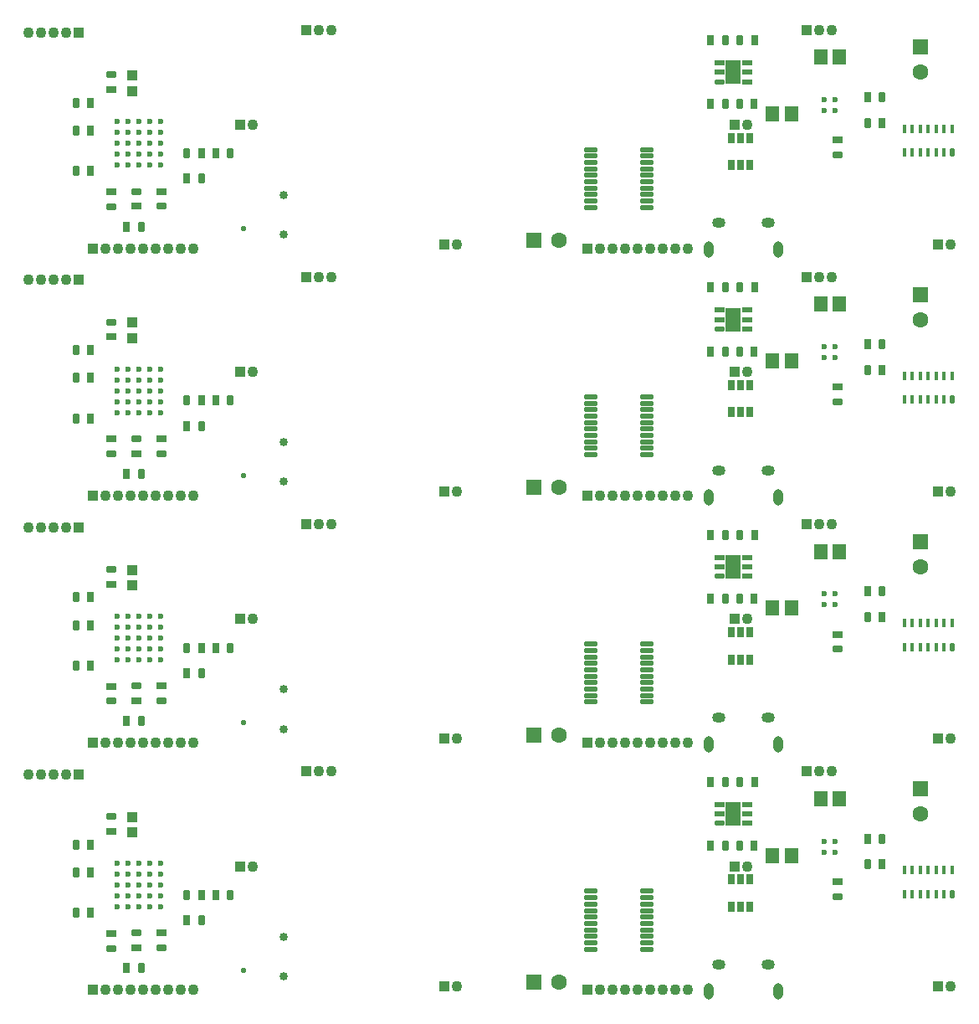
<source format=gbs>
G04*
G04 #@! TF.GenerationSoftware,Altium Limited,Altium Designer,21.0.9 (235)*
G04*
G04 Layer_Color=16711935*
%FSLAX44Y44*%
%MOMM*%
G71*
G04*
G04 #@! TF.SameCoordinates,010FA0BD-CCEB-4461-B68A-2F08C8EAF3F4*
G04*
G04*
G04 #@! TF.FilePolarity,Negative*
G04*
G01*
G75*
%ADD76R,1.4000X1.6000*%
%ADD82R,1.0000X0.7000*%
G04:AMPARAMS|DCode=83|XSize=0.7mm|YSize=1mm|CornerRadius=0.2mm|HoleSize=0mm|Usage=FLASHONLY|Rotation=270.000|XOffset=0mm|YOffset=0mm|HoleType=Round|Shape=RoundedRectangle|*
%AMROUNDEDRECTD83*
21,1,0.7000,0.6000,0,0,270.0*
21,1,0.3000,1.0000,0,0,270.0*
1,1,0.4000,-0.3000,-0.1500*
1,1,0.4000,-0.3000,0.1500*
1,1,0.4000,0.3000,0.1500*
1,1,0.4000,0.3000,-0.1500*
%
%ADD83ROUNDEDRECTD83*%
%ADD84R,0.7000X1.0000*%
G04:AMPARAMS|DCode=85|XSize=0.7mm|YSize=1mm|CornerRadius=0.2mm|HoleSize=0mm|Usage=FLASHONLY|Rotation=0.000|XOffset=0mm|YOffset=0mm|HoleType=Round|Shape=RoundedRectangle|*
%AMROUNDEDRECTD85*
21,1,0.7000,0.6000,0,0,0.0*
21,1,0.3000,1.0000,0,0,0.0*
1,1,0.4000,0.1500,-0.3000*
1,1,0.4000,-0.1500,-0.3000*
1,1,0.4000,-0.1500,0.3000*
1,1,0.4000,0.1500,0.3000*
%
%ADD85ROUNDEDRECTD85*%
%ADD108C,0.8500*%
%ADD109R,1.6000X1.6000*%
%ADD110C,1.6000*%
%ADD111R,1.1000X1.1000*%
%ADD112C,1.1000*%
%ADD113R,1.6000X1.6000*%
%ADD114O,1.3500X1.0500*%
%ADD115O,1.0000X1.6500*%
%ADD116C,0.5500*%
%ADD117C,0.6000*%
G04:AMPARAMS|DCode=118|XSize=0.5mm|YSize=1.3mm|CornerRadius=0.1mm|HoleSize=0mm|Usage=FLASHONLY|Rotation=90.000|XOffset=0mm|YOffset=0mm|HoleType=Round|Shape=RoundedRectangle|*
%AMROUNDEDRECTD118*
21,1,0.5000,1.1000,0,0,90.0*
21,1,0.3000,1.3000,0,0,90.0*
1,1,0.2000,0.5500,0.1500*
1,1,0.2000,0.5500,-0.1500*
1,1,0.2000,-0.5500,-0.1500*
1,1,0.2000,-0.5500,0.1500*
%
%ADD118ROUNDEDRECTD118*%
G04:AMPARAMS|DCode=119|XSize=0.7mm|YSize=1.1mm|CornerRadius=0.2mm|HoleSize=0mm|Usage=FLASHONLY|Rotation=180.000|XOffset=0mm|YOffset=0mm|HoleType=Round|Shape=RoundedRectangle|*
%AMROUNDEDRECTD119*
21,1,0.7000,0.7000,0,0,180.0*
21,1,0.3000,1.1000,0,0,180.0*
1,1,0.4000,-0.1500,0.3500*
1,1,0.4000,0.1500,0.3500*
1,1,0.4000,0.1500,-0.3500*
1,1,0.4000,-0.1500,-0.3500*
%
%ADD119ROUNDEDRECTD119*%
%ADD120R,0.7000X1.1000*%
G04:AMPARAMS|DCode=121|XSize=0.5mm|YSize=1mm|CornerRadius=0.15mm|HoleSize=0mm|Usage=FLASHONLY|Rotation=270.000|XOffset=0mm|YOffset=0mm|HoleType=Round|Shape=RoundedRectangle|*
%AMROUNDEDRECTD121*
21,1,0.5000,0.7000,0,0,270.0*
21,1,0.2000,1.0000,0,0,270.0*
1,1,0.3000,-0.3500,-0.1000*
1,1,0.3000,-0.3500,0.1000*
1,1,0.3000,0.3500,0.1000*
1,1,0.3000,0.3500,-0.1000*
%
%ADD121ROUNDEDRECTD121*%
%ADD122R,1.0000X0.5000*%
%ADD123R,1.5900X2.4700*%
%ADD124R,0.4500X0.8500*%
G04:AMPARAMS|DCode=125|XSize=0.85mm|YSize=0.45mm|CornerRadius=0.1375mm|HoleSize=0mm|Usage=FLASHONLY|Rotation=90.000|XOffset=0mm|YOffset=0mm|HoleType=Round|Shape=RoundedRectangle|*
%AMROUNDEDRECTD125*
21,1,0.8500,0.1750,0,0,90.0*
21,1,0.5750,0.4500,0,0,90.0*
1,1,0.2750,0.0875,0.2875*
1,1,0.2750,0.0875,-0.2875*
1,1,0.2750,-0.0875,-0.2875*
1,1,0.2750,-0.0875,0.2875*
%
%ADD125ROUNDEDRECTD125*%
%ADD126R,1.0400X0.9900*%
D76*
X1081270Y459526D02*
D03*
X1100270D02*
D03*
X1051500Y402000D02*
D03*
X1032500D02*
D03*
X1081270Y709526D02*
D03*
X1100270D02*
D03*
X1051500Y652000D02*
D03*
X1032500D02*
D03*
X1081270Y959526D02*
D03*
X1100270D02*
D03*
X1051500Y902000D02*
D03*
X1032500D02*
D03*
X1081270Y1209526D02*
D03*
X1100270D02*
D03*
X1051500Y1152000D02*
D03*
X1032500D02*
D03*
D82*
X363000Y426293D02*
D03*
Y323000D02*
D03*
X389000Y308500D02*
D03*
X414543Y323500D02*
D03*
X1098000Y375500D02*
D03*
X363000Y676293D02*
D03*
Y573000D02*
D03*
X389000Y558500D02*
D03*
X414543Y573500D02*
D03*
X1098000Y625500D02*
D03*
X363000Y926293D02*
D03*
Y823000D02*
D03*
X389000Y808500D02*
D03*
X414543Y823500D02*
D03*
X1098000Y875500D02*
D03*
X363000Y1176293D02*
D03*
Y1073000D02*
D03*
X389000Y1058500D02*
D03*
X414543Y1073500D02*
D03*
X1098000Y1125500D02*
D03*
D83*
X363000Y441293D02*
D03*
Y308000D02*
D03*
X389000Y323500D02*
D03*
X414543Y308500D02*
D03*
X1098000Y360500D02*
D03*
X363000Y691293D02*
D03*
Y558000D02*
D03*
X389000Y573500D02*
D03*
X414543Y558500D02*
D03*
X1098000Y610500D02*
D03*
X363000Y941293D02*
D03*
Y808000D02*
D03*
X389000Y823500D02*
D03*
X414543Y808500D02*
D03*
X1098000Y860500D02*
D03*
X363000Y1191293D02*
D03*
Y1058000D02*
D03*
X389000Y1073500D02*
D03*
X414543Y1058500D02*
D03*
X1098000Y1110500D02*
D03*
D84*
X1128500Y419000D02*
D03*
X1143500Y393000D02*
D03*
X1014043Y411707D02*
D03*
X969500Y411707D02*
D03*
X1014500Y476293D02*
D03*
X969958D02*
D03*
X378500Y287957D02*
D03*
X342500Y385000D02*
D03*
X342500Y344000D02*
D03*
X469043Y362000D02*
D03*
X454500D02*
D03*
X439500Y336458D02*
D03*
X342500Y413000D02*
D03*
X1128500Y669000D02*
D03*
X1143500Y643000D02*
D03*
X1014043Y661708D02*
D03*
X969500Y661708D02*
D03*
X1014500Y726293D02*
D03*
X969958D02*
D03*
X378500Y537958D02*
D03*
X342500Y635000D02*
D03*
X342500Y594000D02*
D03*
X469043Y612000D02*
D03*
X454500D02*
D03*
X439500Y586458D02*
D03*
X342500Y663000D02*
D03*
X1128500Y919000D02*
D03*
X1143500Y893000D02*
D03*
X1014043Y911708D02*
D03*
X969500Y911708D02*
D03*
X1014500Y976293D02*
D03*
X969958D02*
D03*
X378500Y787958D02*
D03*
X342500Y885000D02*
D03*
X342500Y844000D02*
D03*
X469043Y862000D02*
D03*
X454500D02*
D03*
X439500Y836458D02*
D03*
X342500Y913000D02*
D03*
X1128500Y1169000D02*
D03*
X1143500Y1143000D02*
D03*
X1014043Y1161708D02*
D03*
X969500Y1161708D02*
D03*
X1014500Y1226293D02*
D03*
X969958D02*
D03*
X378500Y1037958D02*
D03*
X342500Y1135000D02*
D03*
X342500Y1094000D02*
D03*
X469043Y1112000D02*
D03*
X454500D02*
D03*
X439500Y1086458D02*
D03*
X342500Y1163000D02*
D03*
D85*
X1143500Y419000D02*
D03*
X1128500Y393000D02*
D03*
X999043Y411707D02*
D03*
X984500Y411707D02*
D03*
X999500Y476293D02*
D03*
X984957D02*
D03*
X393500Y287957D02*
D03*
X327500Y385000D02*
D03*
X327500Y344000D02*
D03*
X484043Y362000D02*
D03*
X439500D02*
D03*
X454500Y336458D02*
D03*
X327500Y413000D02*
D03*
X1143500Y669000D02*
D03*
X1128500Y643000D02*
D03*
X999043Y661708D02*
D03*
X984500Y661708D02*
D03*
X999500Y726293D02*
D03*
X984957D02*
D03*
X393500Y537958D02*
D03*
X327500Y635000D02*
D03*
X327500Y594000D02*
D03*
X484043Y612000D02*
D03*
X439500D02*
D03*
X454500Y586458D02*
D03*
X327500Y663000D02*
D03*
X1143500Y919000D02*
D03*
X1128500Y893000D02*
D03*
X999043Y911708D02*
D03*
X984500Y911708D02*
D03*
X999500Y976293D02*
D03*
X984957D02*
D03*
X393500Y787958D02*
D03*
X327500Y885000D02*
D03*
X327500Y844000D02*
D03*
X484043Y862000D02*
D03*
X439500D02*
D03*
X454500Y836458D02*
D03*
X327500Y913000D02*
D03*
X1143500Y1169000D02*
D03*
X1128500Y1143000D02*
D03*
X999043Y1161708D02*
D03*
X984500Y1161708D02*
D03*
X999500Y1226293D02*
D03*
X984957D02*
D03*
X393500Y1037958D02*
D03*
X327500Y1135000D02*
D03*
X327500Y1094000D02*
D03*
X484043Y1112000D02*
D03*
X439500D02*
D03*
X454500Y1086458D02*
D03*
X327500Y1163000D02*
D03*
D108*
X538000Y280000D02*
D03*
Y320000D02*
D03*
Y530000D02*
D03*
Y570000D02*
D03*
Y780000D02*
D03*
Y820000D02*
D03*
Y1030000D02*
D03*
Y1070000D02*
D03*
D109*
X791000Y274000D02*
D03*
Y524000D02*
D03*
Y774000D02*
D03*
Y1024000D02*
D03*
D110*
X816400Y274000D02*
D03*
X1182000Y444000D02*
D03*
X816400Y524000D02*
D03*
X1182000Y694000D02*
D03*
X816400Y774000D02*
D03*
X1182000Y944000D02*
D03*
X816400Y1024000D02*
D03*
X1182000Y1194000D02*
D03*
D111*
X700000Y270000D02*
D03*
X561000Y487000D02*
D03*
X494000Y391000D02*
D03*
X345000Y266000D02*
D03*
X845000D02*
D03*
X1067000Y487000D02*
D03*
X1200000Y270000D02*
D03*
X994000Y391000D02*
D03*
X330700Y484000D02*
D03*
X700000Y520000D02*
D03*
X561000Y737000D02*
D03*
X494000Y641000D02*
D03*
X345000Y516000D02*
D03*
X845000D02*
D03*
X1067000Y737000D02*
D03*
X1200000Y520000D02*
D03*
X994000Y641000D02*
D03*
X330700Y734000D02*
D03*
X700000Y770000D02*
D03*
X561000Y987000D02*
D03*
X494000Y891000D02*
D03*
X345000Y766000D02*
D03*
X845000D02*
D03*
X1067000Y987000D02*
D03*
X1200000Y770000D02*
D03*
X994000Y891000D02*
D03*
X330700Y984000D02*
D03*
X700000Y1020000D02*
D03*
X561000Y1237000D02*
D03*
X494000Y1141000D02*
D03*
X345000Y1016000D02*
D03*
X845000D02*
D03*
X1067000Y1237000D02*
D03*
X1200000Y1020000D02*
D03*
X994000Y1141000D02*
D03*
X330700Y1234000D02*
D03*
D112*
X712700Y270000D02*
D03*
X586400Y487000D02*
D03*
X573700D02*
D03*
X506700Y391000D02*
D03*
X357700Y266000D02*
D03*
X370400D02*
D03*
X383100D02*
D03*
X395800D02*
D03*
X408500D02*
D03*
X421200D02*
D03*
X433900D02*
D03*
X446600D02*
D03*
X857700D02*
D03*
X870400D02*
D03*
X883100D02*
D03*
X895800D02*
D03*
X908500D02*
D03*
X921200D02*
D03*
X933900D02*
D03*
X946600D02*
D03*
X1092400Y487000D02*
D03*
X1079700D02*
D03*
X1212700Y270000D02*
D03*
X1006700Y391000D02*
D03*
X318000Y484000D02*
D03*
X305300D02*
D03*
X292600D02*
D03*
X279900D02*
D03*
X712700Y520000D02*
D03*
X586400Y737000D02*
D03*
X573700D02*
D03*
X506700Y641000D02*
D03*
X357700Y516000D02*
D03*
X370400D02*
D03*
X383100D02*
D03*
X395800D02*
D03*
X408500D02*
D03*
X421200D02*
D03*
X433900D02*
D03*
X446600D02*
D03*
X857700D02*
D03*
X870400D02*
D03*
X883100D02*
D03*
X895800D02*
D03*
X908500D02*
D03*
X921200D02*
D03*
X933900D02*
D03*
X946600D02*
D03*
X1092400Y737000D02*
D03*
X1079700D02*
D03*
X1212700Y520000D02*
D03*
X1006700Y641000D02*
D03*
X318000Y734000D02*
D03*
X305300D02*
D03*
X292600D02*
D03*
X279900D02*
D03*
X712700Y770000D02*
D03*
X586400Y987000D02*
D03*
X573700D02*
D03*
X506700Y891000D02*
D03*
X357700Y766000D02*
D03*
X370400D02*
D03*
X383100D02*
D03*
X395800D02*
D03*
X408500D02*
D03*
X421200D02*
D03*
X433900D02*
D03*
X446600D02*
D03*
X857700D02*
D03*
X870400D02*
D03*
X883100D02*
D03*
X895800D02*
D03*
X908500D02*
D03*
X921200D02*
D03*
X933900D02*
D03*
X946600D02*
D03*
X1092400Y987000D02*
D03*
X1079700D02*
D03*
X1212700Y770000D02*
D03*
X1006700Y891000D02*
D03*
X318000Y984000D02*
D03*
X305300D02*
D03*
X292600D02*
D03*
X279900D02*
D03*
X712700Y1020000D02*
D03*
X586400Y1237000D02*
D03*
X573700D02*
D03*
X506700Y1141000D02*
D03*
X357700Y1016000D02*
D03*
X370400D02*
D03*
X383100D02*
D03*
X395800D02*
D03*
X408500D02*
D03*
X421200D02*
D03*
X433900D02*
D03*
X446600D02*
D03*
X857700D02*
D03*
X870400D02*
D03*
X883100D02*
D03*
X895800D02*
D03*
X908500D02*
D03*
X921200D02*
D03*
X933900D02*
D03*
X946600D02*
D03*
X1092400Y1237000D02*
D03*
X1079700D02*
D03*
X1212700Y1020000D02*
D03*
X1006700Y1141000D02*
D03*
X318000Y1234000D02*
D03*
X305300D02*
D03*
X292600D02*
D03*
X279900D02*
D03*
D113*
X1182000Y469400D02*
D03*
Y719400D02*
D03*
Y969400D02*
D03*
Y1219400D02*
D03*
D114*
X1028000Y291500D02*
D03*
X978000Y291500D02*
D03*
X1028000Y541500D02*
D03*
X978000Y541500D02*
D03*
X1028000Y791500D02*
D03*
X978000Y791500D02*
D03*
X1028000Y1041500D02*
D03*
X978000Y1041500D02*
D03*
D115*
X1038000Y264500D02*
D03*
X968000D02*
D03*
X1038000Y514500D02*
D03*
X968000D02*
D03*
X1038000Y764500D02*
D03*
X968000D02*
D03*
X1038000Y1014500D02*
D03*
X968000D02*
D03*
D116*
X497000Y286000D02*
D03*
Y536000D02*
D03*
Y786000D02*
D03*
Y1036000D02*
D03*
D117*
X413000Y394000D02*
D03*
X413000Y383000D02*
D03*
X413000Y372000D02*
D03*
X413000Y361000D02*
D03*
X413000Y350000D02*
D03*
X402000Y394000D02*
D03*
Y383000D02*
D03*
X402000Y372000D02*
D03*
X402000Y361000D02*
D03*
Y350000D02*
D03*
X391000Y394000D02*
D03*
Y383000D02*
D03*
Y372000D02*
D03*
Y361000D02*
D03*
Y350000D02*
D03*
X380000Y394000D02*
D03*
Y383000D02*
D03*
X380000Y372000D02*
D03*
X380000Y361000D02*
D03*
Y350000D02*
D03*
X369000Y394000D02*
D03*
X369000Y383000D02*
D03*
X369000Y372000D02*
D03*
X369000Y361000D02*
D03*
X369000Y350000D02*
D03*
X1084500Y405500D02*
D03*
Y416500D02*
D03*
X1095500Y405500D02*
D03*
Y416500D02*
D03*
X413000Y644000D02*
D03*
X413000Y633000D02*
D03*
X413000Y622000D02*
D03*
X413000Y611000D02*
D03*
X413000Y600000D02*
D03*
X402000Y644000D02*
D03*
Y633000D02*
D03*
X402000Y622000D02*
D03*
X402000Y611000D02*
D03*
Y600000D02*
D03*
X391000Y644000D02*
D03*
Y633000D02*
D03*
Y622000D02*
D03*
Y611000D02*
D03*
Y600000D02*
D03*
X380000Y644000D02*
D03*
Y633000D02*
D03*
X380000Y622000D02*
D03*
X380000Y611000D02*
D03*
Y600000D02*
D03*
X369000Y644000D02*
D03*
X369000Y633000D02*
D03*
X369000Y622000D02*
D03*
X369000Y611000D02*
D03*
X369000Y600000D02*
D03*
X1084500Y655500D02*
D03*
Y666500D02*
D03*
X1095500Y655500D02*
D03*
Y666500D02*
D03*
X413000Y894000D02*
D03*
X413000Y883000D02*
D03*
X413000Y872000D02*
D03*
X413000Y861000D02*
D03*
X413000Y850000D02*
D03*
X402000Y894000D02*
D03*
Y883000D02*
D03*
X402000Y872000D02*
D03*
X402000Y861000D02*
D03*
Y850000D02*
D03*
X391000Y894000D02*
D03*
Y883000D02*
D03*
Y872000D02*
D03*
Y861000D02*
D03*
Y850000D02*
D03*
X380000Y894000D02*
D03*
Y883000D02*
D03*
X380000Y872000D02*
D03*
X380000Y861000D02*
D03*
Y850000D02*
D03*
X369000Y894000D02*
D03*
X369000Y883000D02*
D03*
X369000Y872000D02*
D03*
X369000Y861000D02*
D03*
X369000Y850000D02*
D03*
X1084500Y905500D02*
D03*
Y916500D02*
D03*
X1095500Y905500D02*
D03*
Y916500D02*
D03*
X413000Y1144000D02*
D03*
X413000Y1133000D02*
D03*
X413000Y1122000D02*
D03*
X413000Y1111000D02*
D03*
X413000Y1100000D02*
D03*
X402000Y1144000D02*
D03*
Y1133000D02*
D03*
X402000Y1122000D02*
D03*
X402000Y1111000D02*
D03*
Y1100000D02*
D03*
X391000Y1144000D02*
D03*
Y1133000D02*
D03*
Y1122000D02*
D03*
Y1111000D02*
D03*
Y1100000D02*
D03*
X380000Y1144000D02*
D03*
Y1133000D02*
D03*
X380000Y1122000D02*
D03*
X380000Y1111000D02*
D03*
Y1100000D02*
D03*
X369000Y1144000D02*
D03*
X369000Y1133000D02*
D03*
X369000Y1122000D02*
D03*
X369000Y1111000D02*
D03*
X369000Y1100000D02*
D03*
X1084500Y1155500D02*
D03*
Y1166500D02*
D03*
X1095500Y1155500D02*
D03*
Y1166500D02*
D03*
D118*
X905500Y365793D02*
D03*
X905500Y359293D02*
D03*
X905500Y352793D02*
D03*
X905500Y346293D02*
D03*
Y339793D02*
D03*
Y333293D02*
D03*
Y326792D02*
D03*
X905500Y320293D02*
D03*
X905500Y313792D02*
D03*
X905500Y307293D02*
D03*
X848500Y365793D02*
D03*
X848500Y359293D02*
D03*
X848500Y352793D02*
D03*
X848500Y346293D02*
D03*
Y339793D02*
D03*
Y333293D02*
D03*
Y326792D02*
D03*
X848500Y320293D02*
D03*
X848500Y313792D02*
D03*
X848500Y307293D02*
D03*
X905500Y615793D02*
D03*
X905500Y609293D02*
D03*
X905500Y602793D02*
D03*
X905500Y596293D02*
D03*
Y589793D02*
D03*
Y583293D02*
D03*
Y576793D02*
D03*
X905500Y570293D02*
D03*
X905500Y563793D02*
D03*
X905500Y557293D02*
D03*
X848500Y615793D02*
D03*
X848500Y609293D02*
D03*
X848500Y602793D02*
D03*
X848500Y596293D02*
D03*
Y589793D02*
D03*
Y583293D02*
D03*
Y576793D02*
D03*
X848500Y570293D02*
D03*
X848500Y563793D02*
D03*
X848500Y557293D02*
D03*
X905500Y865793D02*
D03*
X905500Y859293D02*
D03*
X905500Y852793D02*
D03*
X905500Y846293D02*
D03*
Y839793D02*
D03*
Y833293D02*
D03*
Y826793D02*
D03*
X905500Y820293D02*
D03*
X905500Y813793D02*
D03*
X905500Y807293D02*
D03*
X848500Y865793D02*
D03*
X848500Y859293D02*
D03*
X848500Y852793D02*
D03*
X848500Y846293D02*
D03*
Y839793D02*
D03*
Y833293D02*
D03*
Y826793D02*
D03*
X848500Y820293D02*
D03*
X848500Y813793D02*
D03*
X848500Y807293D02*
D03*
X905500Y1115793D02*
D03*
X905500Y1109293D02*
D03*
X905500Y1102793D02*
D03*
X905500Y1096293D02*
D03*
Y1089793D02*
D03*
Y1083293D02*
D03*
Y1076793D02*
D03*
X905500Y1070293D02*
D03*
X905500Y1063793D02*
D03*
X905500Y1057293D02*
D03*
X848500Y1115793D02*
D03*
X848500Y1109293D02*
D03*
X848500Y1102793D02*
D03*
X848500Y1096293D02*
D03*
Y1089793D02*
D03*
Y1083293D02*
D03*
Y1076793D02*
D03*
X848500Y1070293D02*
D03*
X848500Y1063793D02*
D03*
X848500Y1057293D02*
D03*
D119*
X990500Y377750D02*
D03*
Y627750D02*
D03*
Y877750D02*
D03*
Y1127750D02*
D03*
D120*
X1000000Y377750D02*
D03*
X1009500Y377750D02*
D03*
Y350250D02*
D03*
X1000000D02*
D03*
X990500D02*
D03*
X1000000Y627750D02*
D03*
X1009500Y627750D02*
D03*
Y600250D02*
D03*
X1000000D02*
D03*
X990500D02*
D03*
X1000000Y877750D02*
D03*
X1009500Y877750D02*
D03*
Y850250D02*
D03*
X1000000D02*
D03*
X990500D02*
D03*
X1000000Y1127750D02*
D03*
X1009500Y1127750D02*
D03*
Y1100250D02*
D03*
X1000000D02*
D03*
X990500D02*
D03*
D121*
X978700Y434500D02*
D03*
Y684500D02*
D03*
Y934500D02*
D03*
Y1184500D02*
D03*
D122*
Y444000D02*
D03*
Y453500D02*
D03*
X1006600Y434500D02*
D03*
X1006600Y444000D02*
D03*
X1006600Y453500D02*
D03*
X978700Y694000D02*
D03*
Y703500D02*
D03*
X1006600Y684500D02*
D03*
X1006600Y694000D02*
D03*
X1006600Y703500D02*
D03*
X978700Y944000D02*
D03*
Y953500D02*
D03*
X1006600Y934500D02*
D03*
X1006600Y944000D02*
D03*
X1006600Y953500D02*
D03*
X978700Y1194000D02*
D03*
Y1203500D02*
D03*
X1006600Y1184500D02*
D03*
X1006600Y1194000D02*
D03*
X1006600Y1203500D02*
D03*
D123*
X992650Y444000D02*
D03*
Y694000D02*
D03*
Y944000D02*
D03*
Y1194000D02*
D03*
D124*
X1214000Y387000D02*
D03*
X1206000Y387000D02*
D03*
X1198000D02*
D03*
X1190000Y387000D02*
D03*
X1182000D02*
D03*
X1174000D02*
D03*
X1166000D02*
D03*
Y363000D02*
D03*
X1174000Y363000D02*
D03*
X1182000Y363000D02*
D03*
X1190000D02*
D03*
X1198000D02*
D03*
X1206000Y363000D02*
D03*
X1214000Y637000D02*
D03*
X1206000Y637000D02*
D03*
X1198000D02*
D03*
X1190000Y637000D02*
D03*
X1182000D02*
D03*
X1174000D02*
D03*
X1166000D02*
D03*
Y613000D02*
D03*
X1174000Y613000D02*
D03*
X1182000Y613000D02*
D03*
X1190000D02*
D03*
X1198000D02*
D03*
X1206000Y613000D02*
D03*
X1214000Y887000D02*
D03*
X1206000Y887000D02*
D03*
X1198000D02*
D03*
X1190000Y887000D02*
D03*
X1182000D02*
D03*
X1174000D02*
D03*
X1166000D02*
D03*
Y863000D02*
D03*
X1174000Y863000D02*
D03*
X1182000Y863000D02*
D03*
X1190000D02*
D03*
X1198000D02*
D03*
X1206000Y863000D02*
D03*
X1214000Y1137000D02*
D03*
X1206000Y1137000D02*
D03*
X1198000D02*
D03*
X1190000Y1137000D02*
D03*
X1182000D02*
D03*
X1174000D02*
D03*
X1166000D02*
D03*
Y1113000D02*
D03*
X1174000Y1113000D02*
D03*
X1182000Y1113000D02*
D03*
X1190000D02*
D03*
X1198000D02*
D03*
X1206000Y1113000D02*
D03*
D125*
X1214000Y363000D02*
D03*
Y613000D02*
D03*
Y863000D02*
D03*
Y1113000D02*
D03*
D126*
X384793Y425150D02*
D03*
Y440850D02*
D03*
Y675150D02*
D03*
Y690850D02*
D03*
Y925150D02*
D03*
Y940850D02*
D03*
Y1175150D02*
D03*
Y1190850D02*
D03*
M02*

</source>
